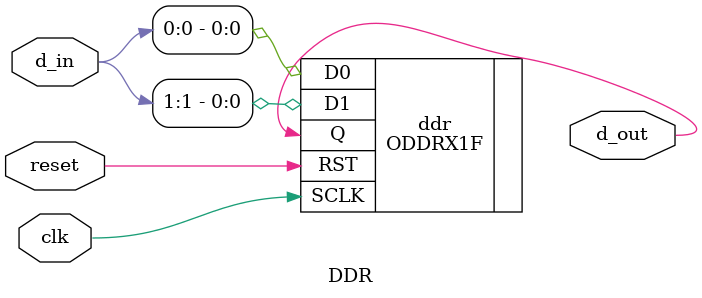
<source format=v>
module DDR (
    input wire [1:0] d_in,
    output wire d_out,

    input wire reset,
    input wire clk
);

    `ifdef SIM

    reg [1:0] d_reg;
    always @(posedge clk) d_reg <= d_in;

    assign d_out = clk ? d_reg[0] : d_reg[1];

    `else

    ODDRX1F ddr (
        .SCLK(clk),
        .RST(reset),
        .D0(d_in[0]),
        .D1(d_in[1]), 
        .Q(d_out)
    );

    `endif

endmodule

</source>
